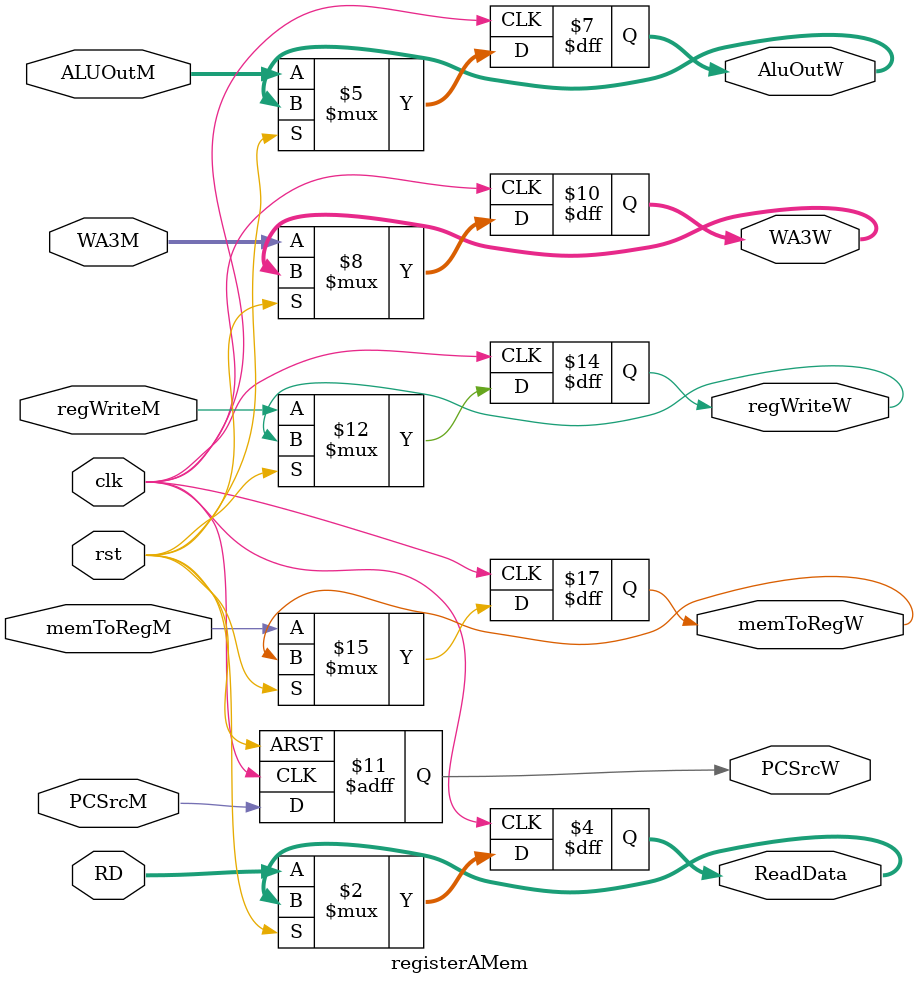
<source format=sv>
module registerAMem(input logic [47:0] RD, ALUOutM, input logic [3:0] WA3M, input logic clk,rst, 
	input logic PCSrcM, regWriteM,memToRegM,
	output logic [47:0] ReadData, AluOutW, output logic [3:0] WA3W, 
	output logic PCSrcW, regWriteW,memToRegW );
	
	always_ff @(posedge clk, posedge rst) 
	   if (rst) PCSrcW<=0;
		else begin
       ReadData <= RD;
		 AluOutW <= ALUOutM;
		 WA3W <= WA3M;
		 PCSrcW <= PCSrcM;
		 regWriteW <= regWriteM;
		 memToRegW <= memToRegM;
		 //assign MemWrite = MemW & zeroFlag; any flag
	end
endmodule 
</source>
